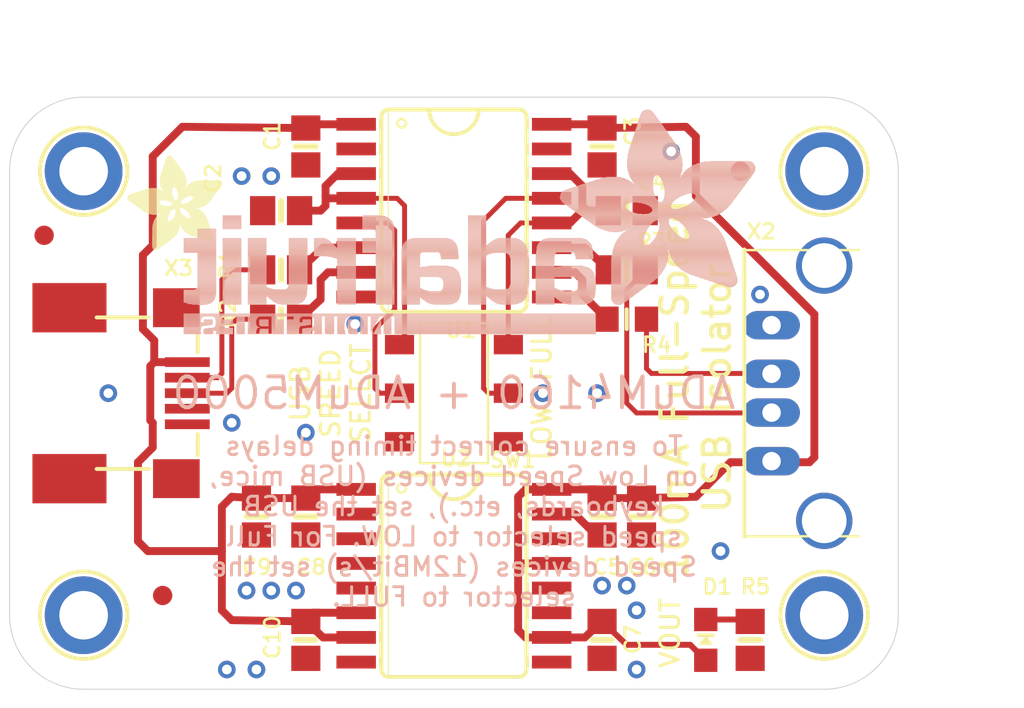
<source format=kicad_pcb>
(kicad_pcb (version 20171130) (host pcbnew 5.1.10-88a1d61d58~90~ubuntu20.04.1)
  (layers (0 Top signal) (31 Bottom signal) (34 B.Paste user) (35 F.Paste user) (36 B.SilkS user) (37 F.SilkS user) (38 B.Mask user) (39 F.Mask user) (44 Edge.Cuts user))
  (net 0 "")
  (net 1 GND)
  (net 2 AGND)
  (net 3 VCC)
  (net 4 AVCC)
  (net 5 /VDD2)
  (net 6 /SPD)
  (net 7 "Net-(R3-Pad1)")
  (net 8 "Net-(R4-Pad1)")
  (net 9 "Net-(R2-Pad2)")
  (net 10 "Net-(R1-Pad2)")
  (net 11 /SPU)
  (net 12 /VDD1)
  (net 13 "Net-(U2-Pad14)")
  (net 14 "Net-(U2-Pad12)")
  (net 15 "Net-(U2-Pad11)")
  (net 16 "Net-(U2-Pad5)")
  (net 17 "Net-(U2-Pad4)")
  (net 18 "Net-(U2-Pad3)")
  (net 19 "Net-(R1-Pad1)")
  (net 20 "Net-(R2-Pad1)")
  (net 21 "Net-(R3-Pad2)")
  (net 22 "Net-(R4-Pad2)")
  (net 23 "Net-(X3-PadID)")
  (net 24 "Net-(D1-PadC)")
  (module "Adafruit USB Isolator:SOIC16WIDE" (layer Top) (at 148.5011 95.6056 270)
    (fp_text reference U1 (at 6.604 0.508) (layer F.SilkS) (effects (font (size 0.77216 0.77216) (thickness 0.138988)) (justify left bottom)))
    (fp_text value ADuM4160)
    (pad 16 smd rect (at -4.445 -5.0292 270) (size 0.6604 2.032) (layers Top F.Paste F.Mask) (net 4 AVCC))
    (pad 15 smd rect (at -3.175 -5.0292 270) (size 0.6604 2.032) (layers Top F.Paste F.Mask) (net 2 AGND))
    (pad 14 smd rect (at -1.905 -5.0292 270) (size 0.6604 2.032) (layers Top F.Paste F.Mask) (net 5 /VDD2))
    (pad 13 smd rect (at -0.635 -5.0292 270) (size 0.6604 2.032) (layers Top F.Paste F.Mask) (net 6 /SPD))
    (pad 12 smd rect (at 0.635 -5.0292 270) (size 0.6604 2.032) (layers Top F.Paste F.Mask) (net 5 /VDD2))
    (pad 11 smd rect (at 1.905 -5.0292 270) (size 0.6604 2.032) (layers Top F.Paste F.Mask) (net 7 "Net-(R3-Pad1)"))
    (pad 10 smd rect (at 3.175 -5.0292 270) (size 0.6604 2.032) (layers Top F.Paste F.Mask) (net 8 "Net-(R4-Pad1)"))
    (pad 9 smd rect (at 4.445 -5.0292 270) (size 0.6604 2.032) (layers Top F.Paste F.Mask) (net 2 AGND))
    (pad 8 smd rect (at 4.445 5.0292 270) (size 0.6604 2.032) (layers Top F.Paste F.Mask) (net 1 GND))
    (pad 7 smd rect (at 3.175 5.0292 270) (size 0.6604 2.032) (layers Top F.Paste F.Mask) (net 9 "Net-(R2-Pad2)"))
    (pad 6 smd rect (at 1.905 5.0292 270) (size 0.6604 2.032) (layers Top F.Paste F.Mask) (net 10 "Net-(R1-Pad2)"))
    (pad 5 smd rect (at 0.635 5.0292 270) (size 0.6604 2.032) (layers Top F.Paste F.Mask) (net 11 /SPU))
    (pad 4 smd rect (at -0.635 5.0292 270) (size 0.6604 2.032) (layers Top F.Paste F.Mask) (net 12 /VDD1))
    (pad 3 smd rect (at -1.905 5.0292 270) (size 0.6604 2.032) (layers Top F.Paste F.Mask) (net 12 /VDD1))
    (pad 2 smd rect (at -3.175 5.0292 270) (size 0.6604 2.032) (layers Top F.Paste F.Mask) (net 1 GND))
    (pad 1 smd rect (at -4.445 5.0292 270) (size 0.6604 2.032) (layers Top F.Paste F.Mask) (net 3 VCC))
  )
  (module "Adafruit USB Isolator:SOIC16WIDE" (layer Top) (at 148.5011 114.4016 270)
    (fp_text reference U2 (at -5.588 0.762) (layer F.SilkS) (effects (font (size 0.77216 0.77216) (thickness 0.138988)) (justify left bottom)))
    (fp_text value ADuM5000)
    (pad 16 smd rect (at -4.445 -5.0292 270) (size 0.6604 2.032) (layers Top F.Paste F.Mask) (net 4 AVCC))
    (pad 15 smd rect (at -3.175 -5.0292 270) (size 0.6604 2.032) (layers Top F.Paste F.Mask) (net 2 AGND))
    (pad 14 smd rect (at -1.905 -5.0292 270) (size 0.6604 2.032) (layers Top F.Paste F.Mask) (net 13 "Net-(U2-Pad14)"))
    (pad 13 smd rect (at -0.635 -5.0292 270) (size 0.6604 2.032) (layers Top F.Paste F.Mask) (net 4 AVCC))
    (pad 12 smd rect (at 0.635 -5.0292 270) (size 0.6604 2.032) (layers Top F.Paste F.Mask) (net 14 "Net-(U2-Pad12)"))
    (pad 11 smd rect (at 1.905 -5.0292 270) (size 0.6604 2.032) (layers Top F.Paste F.Mask) (net 15 "Net-(U2-Pad11)"))
    (pad 10 smd rect (at 3.175 -5.0292 270) (size 0.6604 2.032) (layers Top F.Paste F.Mask) (net 4 AVCC))
    (pad 9 smd rect (at 4.445 -5.0292 270) (size 0.6604 2.032) (layers Top F.Paste F.Mask) (net 2 AGND))
    (pad 8 smd rect (at 4.445 5.0292 270) (size 0.6604 2.032) (layers Top F.Paste F.Mask) (net 1 GND))
    (pad 7 smd rect (at 3.175 5.0292 270) (size 0.6604 2.032) (layers Top F.Paste F.Mask) (net 3 VCC))
    (pad 6 smd rect (at 1.905 5.0292 270) (size 0.6604 2.032) (layers Top F.Paste F.Mask) (net 3 VCC))
    (pad 5 smd rect (at 0.635 5.0292 270) (size 0.6604 2.032) (layers Top F.Paste F.Mask) (net 16 "Net-(U2-Pad5)"))
    (pad 4 smd rect (at -0.635 5.0292 270) (size 0.6604 2.032) (layers Top F.Paste F.Mask) (net 17 "Net-(U2-Pad4)"))
    (pad 3 smd rect (at -1.905 5.0292 270) (size 0.6604 2.032) (layers Top F.Paste F.Mask) (net 18 "Net-(U2-Pad3)"))
    (pad 2 smd rect (at -3.175 5.0292 270) (size 0.6604 2.032) (layers Top F.Paste F.Mask) (net 1 GND))
    (pad 1 smd rect (at -4.445 5.0292 270) (size 0.6604 2.032) (layers Top F.Paste F.Mask) (net 3 VCC))
  )
  (module "Adafruit USB Isolator:0805-NO" (layer Top) (at 140.8811 92.3036 270)
    (fp_text reference C1 (at 0.3175 1.27 90) (layer F.SilkS) (effects (font (size 0.77216 0.77216) (thickness 0.138988)) (justify left bottom)))
    (fp_text value 0.1uF)
    (pad 2 smd rect (at 0.95 0 270) (size 1.3 1.5) (layers Top F.Paste F.Mask) (net 1 GND))
    (pad 1 smd rect (at -0.95 0 270) (size 1.3 1.5) (layers Top F.Paste F.Mask) (net 3 VCC))
  )
  (module "Adafruit USB Isolator:0805-NO" (layer Top) (at 139.6111 95.6056 180)
    (fp_text reference C2 (at 3.048 0.8255 90) (layer F.SilkS) (effects (font (size 0.77216 0.77216) (thickness 0.138988)) (justify left bottom)))
    (fp_text value 0.1uF)
    (pad 2 smd rect (at 0.95 0 180) (size 1.3 1.5) (layers Top F.Paste F.Mask) (net 1 GND))
    (pad 1 smd rect (at -0.95 0 180) (size 1.3 1.5) (layers Top F.Paste F.Mask) (net 12 /VDD1))
  )
  (module "Adafruit USB Isolator:0805-NO" (layer Top) (at 156.1211 92.3036 90)
    (fp_text reference C3 (at -0.0635 2.032 90) (layer F.SilkS) (effects (font (size 0.77216 0.77216) (thickness 0.138988)) (justify left bottom)))
    (fp_text value 0.1uF)
    (pad 2 smd rect (at 0.95 0 90) (size 1.3 1.5) (layers Top F.Paste F.Mask) (net 4 AVCC))
    (pad 1 smd rect (at -0.95 0 90) (size 1.3 1.5) (layers Top F.Paste F.Mask) (net 2 AGND))
  )
  (module "Adafruit USB Isolator:0805-NO" (layer Top) (at 157.3911 95.6056 180)
    (fp_text reference C4 (at -0.4445 1.016) (layer F.SilkS) (effects (font (size 0.77216 0.77216) (thickness 0.138988)) (justify left bottom)))
    (fp_text value 0.1uF)
    (pad 2 smd rect (at 0.95 0 180) (size 1.3 1.5) (layers Top F.Paste F.Mask) (net 5 /VDD2))
    (pad 1 smd rect (at -0.95 0 180) (size 1.3 1.5) (layers Top F.Paste F.Mask) (net 2 AGND))
  )
  (module "Adafruit USB Isolator:0805-NO" (layer Top) (at 139.6111 98.6536)
    (fp_text reference R1 (at -2.286 0.5715 90) (layer F.SilkS) (effects (font (size 0.77216 0.77216) (thickness 0.138988)) (justify left bottom)))
    (fp_text value 24)
    (pad 2 smd rect (at 0.95 0) (size 1.3 1.5) (layers Top F.Paste F.Mask) (net 10 "Net-(R1-Pad2)"))
    (pad 1 smd rect (at -0.95 0) (size 1.3 1.5) (layers Top F.Paste F.Mask) (net 19 "Net-(R1-Pad1)"))
  )
  (module "Adafruit USB Isolator:0805-NO" (layer Top) (at 139.6111 101.1936)
    (fp_text reference R2 (at -2.286 0.5715 90) (layer F.SilkS) (effects (font (size 0.77216 0.77216) (thickness 0.138988)) (justify left bottom)))
    (fp_text value 24)
    (pad 2 smd rect (at 0.95 0) (size 1.3 1.5) (layers Top F.Paste F.Mask) (net 9 "Net-(R2-Pad2)"))
    (pad 1 smd rect (at -0.95 0) (size 1.3 1.5) (layers Top F.Paste F.Mask) (net 20 "Net-(R2-Pad1)"))
  )
  (module "Adafruit USB Isolator:0805-NO" (layer Top) (at 157.3911 98.6536)
    (fp_text reference R3 (at 0.4445 -1.016) (layer F.SilkS) (effects (font (size 0.77216 0.77216) (thickness 0.138988)) (justify left bottom)))
    (fp_text value 24)
    (pad 2 smd rect (at 0.95 0) (size 1.3 1.5) (layers Top F.Paste F.Mask) (net 21 "Net-(R3-Pad2)"))
    (pad 1 smd rect (at -0.95 0) (size 1.3 1.5) (layers Top F.Paste F.Mask) (net 7 "Net-(R3-Pad1)"))
  )
  (module "Adafruit USB Isolator:_0805MP" (layer Top) (at 157.3911 101.1936)
    (fp_text reference R4 (at 0.6985 1.778) (layer F.SilkS) (effects (font (size 0.77216 0.77216) (thickness 0.138988)) (justify left bottom)))
    (fp_text value 24)
    (pad 2 smd rect (at 1.016 0) (size 1.2 1.3) (layers Top F.Paste F.Mask) (net 22 "Net-(R4-Pad2)"))
    (pad 1 smd rect (at -1.016 0) (size 1.2 1.3) (layers Top F.Paste F.Mask) (net 8 "Net-(R4-Pad1)"))
  )
  (module "Adafruit USB Isolator:USB_HOST-PTH" (layer Top) (at 171.3611 105.0036 90)
    (fp_text reference X2 (at 7.874 -7.874) (layer F.SilkS) (effects (font (size 0.77216 0.77216) (thickness 0.138988)) (justify left bottom)))
    (fp_text value 05241)
    (pad S2 thru_hole circle (at 6.57 -3.81 270) (size 2.9 2.9) (drill 2.3) (layers *.Cu *.Mask))
    (pad S1 thru_hole circle (at -6.57 -3.81 90) (size 2.9 2.9) (drill 2.3) (layers *.Cu *.Mask))
    (pad GND thru_hole oval (at 3.5 -6.52 180) (size 2.916 1.458) (drill 0.95) (layers *.Cu *.Mask) (net 2 AGND))
    (pad VBUS thru_hole oval (at -3.5 -6.52 180) (size 2.916 1.458) (drill 0.95) (layers *.Cu *.Mask) (net 4 AVCC))
    (pad D+ thru_hole oval (at 1 -6.52 180) (size 2.916 1.458) (drill 0.95) (layers *.Cu *.Mask) (net 22 "Net-(R4-Pad2)"))
    (pad D- thru_hole oval (at -1 -6.52 180) (size 2.916 1.458) (drill 0.95) (layers *.Cu *.Mask) (net 21 "Net-(R3-Pad2)"))
  )
  (module "Adafruit USB Isolator:FIDUCIAL_1MM" (layer Top) (at 133.5151 115.4176)
    (fp_text reference FID1 hide)
    (fp_text value FIDUCIAL"" hide)
    (pad 1 smd roundrect (at 0 0) (size 1 1) (layers Top F.Mask) (roundrect_rratio 0.5))
  )
  (module "Adafruit USB Isolator:FIDUCIAL_1MM" (layer Top) (at 163.2331 93.5736)
    (fp_text reference FID2 hide)
    (fp_text value FIDUCIAL"" hide)
    (pad 1 smd roundrect (at 0 0) (size 1 1) (layers Top F.Mask) (roundrect_rratio 0.5))
  )
  (module "Adafruit USB Isolator:FIDUCIAL_1MM" (layer Top) (at 127.4191 96.8756)
    (fp_text reference FID3 hide)
    (fp_text value FIDUCIAL"" hide)
    (pad 1 smd roundrect (at 0 0) (size 1 1) (layers Top F.Mask) (roundrect_rratio 0.5))
  )
  (module "Adafruit USB Isolator:MOUNTINGHOLE_2.5_PLATED_THICK" (layer Top) (at 167.5511 93.5736)
    (fp_text reference U$7 hide)
    (fp_text value MOUNTINGHOLE2.5_THICK hide)
    (pad P$1 thru_hole circle (at 0 0) (size 4 4) (drill 2.5) (layers *.Cu *.Mask))
  )
  (module "Adafruit USB Isolator:MOUNTINGHOLE_2.5_PLATED_THICK" (layer Top) (at 129.4511 116.4336)
    (fp_text reference U$8 hide)
    (fp_text value MOUNTINGHOLE2.5_THICK hide)
    (pad P$1 thru_hole circle (at 0 0) (size 4 4) (drill 2.5) (layers *.Cu *.Mask))
  )
  (module "Adafruit USB Isolator:MOUNTINGHOLE_2.5_PLATED_THICK" (layer Top) (at 129.4511 93.5736)
    (fp_text reference U$9 hide)
    (fp_text value MOUNTINGHOLE2.5_THICK hide)
    (pad P$1 thru_hole circle (at 0 0) (size 4 4) (drill 2.5) (layers *.Cu *.Mask))
  )
  (module "Adafruit USB Isolator:MOUNTINGHOLE_2.5_PLATED_THICK" (layer Top) (at 167.5511 116.4336)
    (fp_text reference U$10 hide)
    (fp_text value MOUNTINGHOLE2.5_THICK hide)
    (pad P$1 thru_hole circle (at 0 0) (size 4 4) (drill 2.5) (layers *.Cu *.Mask))
  )
  (module "Adafruit USB Isolator:0805-NO" (layer Top) (at 156.1211 111.3536 270)
    (fp_text reference C5 (at 3.048 0.5715) (layer F.SilkS) (effects (font (size 0.77216 0.77216) (thickness 0.138988)) (justify left bottom)))
    (fp_text value 0.1uF)
    (pad 2 smd rect (at 0.95 0 270) (size 1.3 1.5) (layers Top F.Paste F.Mask) (net 2 AGND))
    (pad 1 smd rect (at -0.95 0 270) (size 1.3 1.5) (layers Top F.Paste F.Mask) (net 4 AVCC))
  )
  (module "Adafruit USB Isolator:0805-NO" (layer Top) (at 158.1531 111.3536 270)
    (fp_text reference C6 (at 3.048 0.8255) (layer F.SilkS) (effects (font (size 0.77216 0.77216) (thickness 0.138988)) (justify left bottom)))
    (fp_text value 10uF)
    (pad 2 smd rect (at 0.95 0 270) (size 1.3 1.5) (layers Top F.Paste F.Mask) (net 2 AGND))
    (pad 1 smd rect (at -0.95 0 270) (size 1.3 1.5) (layers Top F.Paste F.Mask) (net 4 AVCC))
  )
  (module "Adafruit USB Isolator:0805-NO" (layer Top) (at 156.1211 117.7036 90)
    (fp_text reference C7 (at -0.8255 2.032 90) (layer F.SilkS) (effects (font (size 0.77216 0.77216) (thickness 0.138988)) (justify left bottom)))
    (fp_text value 0.1uF)
    (pad 2 smd rect (at 0.95 0 90) (size 1.3 1.5) (layers Top F.Paste F.Mask) (net 4 AVCC))
    (pad 1 smd rect (at -0.95 0 90) (size 1.3 1.5) (layers Top F.Paste F.Mask) (net 2 AGND))
  )
  (module "Adafruit USB Isolator:0805-NO" (layer Top) (at 140.8811 111.3536 270)
    (fp_text reference C8 (at 3.048 0.5715) (layer F.SilkS) (effects (font (size 0.77216 0.77216) (thickness 0.138988)) (justify left bottom)))
    (fp_text value 0.1uF)
    (pad 2 smd rect (at 0.95 0 270) (size 1.3 1.5) (layers Top F.Paste F.Mask) (net 1 GND))
    (pad 1 smd rect (at -0.95 0 270) (size 1.3 1.5) (layers Top F.Paste F.Mask) (net 3 VCC))
  )
  (module "Adafruit USB Isolator:0805-NO" (layer Top) (at 138.3411 111.3536 270)
    (fp_text reference C9 (at 3.048 0.8255) (layer F.SilkS) (effects (font (size 0.77216 0.77216) (thickness 0.138988)) (justify left bottom)))
    (fp_text value 10uF)
    (pad 2 smd rect (at 0.95 0 270) (size 1.3 1.5) (layers Top F.Paste F.Mask) (net 1 GND))
    (pad 1 smd rect (at -0.95 0 270) (size 1.3 1.5) (layers Top F.Paste F.Mask) (net 3 VCC))
  )
  (module "Adafruit USB Isolator:0805-NO" (layer Top) (at 140.8811 117.7036 90)
    (fp_text reference C10 (at -1.0795 -1.27 90) (layer F.SilkS) (effects (font (size 0.77216 0.77216) (thickness 0.138988)) (justify left bottom)))
    (fp_text value 0.1uF)
    (pad 2 smd rect (at 0.95 0 90) (size 1.3 1.5) (layers Top F.Paste F.Mask) (net 3 VCC))
    (pad 1 smd rect (at -0.95 0 90) (size 1.3 1.5) (layers Top F.Paste F.Mask) (net 1 GND))
  )
  (module "Adafruit USB Isolator:USB-MINIB_LARGER" (layer Top) (at 130.7211 105.0036 270)
    (fp_text reference X3 (at -5.985 -2.786) (layer F.SilkS) (effects (font (size 0.77216 0.77216) (thickness 0.138988)) (justify left bottom)))
    (fp_text value 06564)
    (pad "" np_thru_hole circle (at 2.2 -1 270) (size 1 1) (drill 1) (layers *.Cu *.Mask))
    (pad "" np_thru_hole circle (at -2.2 -1 270) (size 1 1) (drill 1) (layers *.Cu *.Mask))
    (pad GND4 smd rect (at 4.4 2 270) (size 2.54 3.81) (layers Top F.Paste F.Mask) (net 1 GND))
    (pad GND3 smd rect (at 4.4 -3.5 270) (size 2 2.4) (layers Top F.Paste F.Mask) (net 1 GND))
    (pad GND1 smd rect (at -4.4 2 270) (size 2.54 3.81) (layers Top F.Paste F.Mask) (net 1 GND))
    (pad GND smd rect (at 1.6 -4.064 90) (size 0.5 2.308) (layers Top F.Paste F.Mask) (net 1 GND))
    (pad ID smd rect (at 0.8 -4.064 90) (size 0.5 2.308) (layers Top F.Paste F.Mask) (net 23 "Net-(X3-PadID)"))
    (pad D+ smd rect (at 0 -4.064 90) (size 0.5 2.308) (layers Top F.Paste F.Mask) (net 20 "Net-(R2-Pad1)"))
    (pad D- smd rect (at -0.8 -4.064 90) (size 0.5 2.308) (layers Top F.Paste F.Mask) (net 19 "Net-(R1-Pad1)"))
    (pad VBUS smd rect (at -1.6 -4.064 90) (size 0.5 2.308) (layers Top F.Paste F.Mask) (net 3 VCC))
    (pad GND2 smd rect (at -4.4 -3.5 270) (size 2 2.4) (layers Top F.Paste F.Mask) (net 1 GND))
  )
  (module "Adafruit USB Isolator:ADAFRUIT_TEXT_30MM" (layer Bottom) (at 164.2491 101.9556 180)
    (fp_text reference U$16 hide)
    (fp_text value "" hide)
  )
  (module "Adafruit USB Isolator:ADAFRUIT_5MM" (layer Top) (at 136.5631 97.6376 90)
    (fp_text reference U$14 hide)
    (fp_text value "" hide)
  )
  (module "Adafruit USB Isolator:EG1390" (layer Top) (at 148.5011 105.0036 90)
    (fp_text reference SW1 (at -3.886 1.764) (layer F.SilkS) (effects (font (size 0.77216 0.77216) (thickness 0.138988)) (justify left bottom)))
    (fp_text value SWITCH_DPDTEG1390)
    (pad "" np_thru_hole circle (at -1.5 0 90) (size 1 1) (drill 1) (layers *.Cu *.Mask))
    (pad "" np_thru_hole circle (at 1.5 0 90) (size 1 1) (drill 1) (layers *.Cu *.Mask))
    (pad O2 smd rect (at -2.5 2.8 90) (size 1 1.5) (layers Top F.Paste F.Mask) (net 2 AGND))
    (pad P2 smd rect (at 0 2.8 90) (size 1 1.5) (layers Top F.Paste F.Mask) (net 6 /SPD))
    (pad S2 smd rect (at 2.5 2.8 90) (size 1 1.5) (layers Top F.Paste F.Mask) (net 5 /VDD2))
    (pad S1 smd rect (at 2.5 -2.8 90) (size 1 1.5) (layers Top F.Paste F.Mask) (net 12 /VDD1))
    (pad P1 smd rect (at 0 -2.8 90) (size 1 1.5) (layers Top F.Paste F.Mask) (net 11 /SPU))
    (pad O1 smd rect (at -2.5 -2.8 90) (size 1 1.5) (layers Top F.Paste F.Mask) (net 1 GND))
  )
  (module "Adafruit USB Isolator:CHIPLED_0805_NOOUTLINE" (layer Top) (at 161.4551 117.7036)
    (fp_text reference D1 (at -0.254 -2.286) (layer F.SilkS) (effects (font (size 0.77216 0.77216) (thickness 0.138988)) (justify left bottom)))
    (fp_text value GREEN)
    (pad A smd rect (at 0 1.05) (size 1.2 1.2) (layers Top F.Paste F.Mask) (net 4 AVCC))
    (pad C smd rect (at 0 -1.05) (size 1.2 1.2) (layers Top F.Paste F.Mask) (net 24 "Net-(D1-PadC)"))
  )
  (module "Adafruit USB Isolator:0805-NO" (layer Top) (at 163.7411 117.7036 270)
    (fp_text reference R5 (at -2.286 0.5715) (layer F.SilkS) (effects (font (size 0.77216 0.77216) (thickness 0.138988)) (justify left bottom)))
    (fp_text value 1K)
    (pad 2 smd rect (at 0.95 0 270) (size 1.3 1.5) (layers Top F.Paste F.Mask) (net 2 AGND))
    (pad 1 smd rect (at -0.95 0 270) (size 1.3 1.5) (layers Top F.Paste F.Mask) (net 24 "Net-(D1-PadC)"))
  )
  (gr_text "100mA Full-Speed\nUSB Isolator" (at 160.9471 104.7496 90) (layer F.SilkS) (effects (font (size 1.35128 1.35128) (thickness 0.227584))))
  (gr_arc (start 129.4511 116.4336) (end 125.6411 116.4336) (angle -90) (layer Edge.Cuts) (width 0.05))
  (gr_line (start 129.4511 120.2436) (end 167.5511 120.2436) (layer Edge.Cuts) (width 0.05))
  (gr_arc (start 167.5511 116.4336) (end 167.5511 120.2436) (angle -90) (layer Edge.Cuts) (width 0.05))
  (gr_line (start 171.3611 116.4336) (end 171.3611 93.5736) (layer Edge.Cuts) (width 0.05))
  (gr_arc (start 167.5511 93.5736) (end 171.3611 93.5736) (angle -90) (layer Edge.Cuts) (width 0.05))
  (gr_line (start 167.5511 89.7636) (end 129.4511 89.7636) (layer Edge.Cuts) (width 0.05))
  (gr_arc (start 129.4511 93.5736) (end 129.4511 89.7636) (angle -90) (layer Edge.Cuts) (width 0.05))
  (gr_line (start 125.6411 93.5736) (end 125.6411 116.4336) (layer Edge.Cuts) (width 0.05))
  (gr_text FULL (at 153.5811 104.4956 90) (layer F.SilkS) (effects (font (size 0.9652 0.9652) (thickness 0.1524)) (justify left bottom)))
  (gr_text LOW (at 153.5811 108.5596 90) (layer F.SilkS) (effects (font (size 0.9652 0.9652) (thickness 0.1524)) (justify left bottom)))
  (gr_text "USB\nSPEED\nSELECT" (at 142.1511 105.0036 90) (layer F.SilkS) (effects (font (size 0.9652 0.9652) (thickness 0.1524))))
  (gr_text VOUT (at 160.1851 119.2276 90) (layer F.SilkS) (effects (font (size 0.9652 0.9652) (thickness 0.1524)) (justify left bottom)))
  (gr_text "To ensure correct timing delays\non Low Speed devices (USB mice,\nkeyboards, etc.), set the USB\nspeed selector to LOW. For Full\nSpeed devices (12MBit/s) set the\nselector to FULL." (at 148.5011 111.6076) (layer B.SilkS) (effects (font (size 0.9652 0.9652) (thickness 0.1524)) (justify mirror)))
  (gr_text "ADuM4160 + ADuM5000" (at 148.5011 105.0036) (layer B.SilkS) (effects (font (size 1.59258 1.59258) (thickness 0.201168)) (justify mirror)))
  (segment (start 137.0711 104.7496) (end 137.0711 101.4476) (width 0.254) (layer Top) (net 20))
  (segment (start 137.0711 101.4476) (end 137.3251 101.1936) (width 0.254) (layer Top) (net 20))
  (segment (start 137.3251 101.1936) (end 138.6611 101.1936) (width 0.254) (layer Top) (net 20))
  (segment (start 134.7851 105.0036) (end 136.8171 105.0036) (width 0.254) (layer Top) (net 20))
  (segment (start 136.8171 105.0036) (end 137.0711 104.7496) (width 0.254) (layer Top) (net 20))
  (segment (start 143.4719 98.7806) (end 142.0241 98.7806) (width 0.4064) (layer Top) (net 9))
  (segment (start 142.0241 98.7806) (end 141.6431 99.1616) (width 0.4064) (layer Top) (net 9))
  (segment (start 141.6431 99.1616) (end 141.6431 100.1776) (width 0.4064) (layer Top) (net 9))
  (segment (start 141.6431 100.1776) (end 140.5611 101.1936) (width 0.4064) (layer Top) (net 9))
  (segment (start 143.4719 97.5106) (end 141.7701 97.5106) (width 0.4064) (layer Top) (net 10))
  (segment (start 141.7701 97.5106) (end 140.5611 98.6536) (width 0.4064) (layer Top) (net 10))
  (segment (start 134.7851 104.2036) (end 136.3471 104.2036) (width 0.254) (layer Top) (net 19))
  (segment (start 136.3471 104.2036) (end 136.5631 103.9876) (width 0.254) (layer Top) (net 19))
  (segment (start 136.5631 103.9876) (end 136.5631 99.1616) (width 0.254) (layer Top) (net 19))
  (segment (start 136.5631 99.1616) (end 137.0711 98.6536) (width 0.254) (layer Top) (net 19))
  (segment (start 137.0711 98.6536) (end 138.6611 98.6536) (width 0.254) (layer Top) (net 19))
  (segment (start 153.5303 98.7806) (end 154.7241 98.7806) (width 0.4064) (layer Top) (net 8))
  (segment (start 154.7241 98.7806) (end 155.1051 99.1616) (width 0.4064) (layer Top) (net 8))
  (segment (start 155.1051 99.1616) (end 155.1051 99.9236) (width 0.4064) (layer Top) (net 8))
  (segment (start 155.1051 99.9236) (end 156.3751 101.1936) (width 0.4064) (layer Top) (net 8))
  (segment (start 158.4071 101.1936) (end 158.4071 103.7336) (width 0.254) (layer Top) (net 22))
  (segment (start 158.4071 103.7336) (end 158.6611 103.9876) (width 0.254) (layer Top) (net 22))
  (segment (start 158.6611 103.9876) (end 164.8251 103.9876) (width 0.254) (layer Top) (net 22))
  (segment (start 164.8251 103.9876) (end 164.8411 104.0036) (width 0.254) (layer Top) (net 22))
  (segment (start 158.3411 98.6536) (end 157.6451 99.4156) (width 0.254) (layer Top) (net 21))
  (segment (start 157.6451 99.4156) (end 157.3911 99.6696) (width 0.254) (layer Top) (net 21))
  (segment (start 157.3911 99.6696) (end 157.3911 105.5116) (width 0.254) (layer Top) (net 21))
  (segment (start 157.3911 105.5116) (end 157.8991 106.0196) (width 0.254) (layer Top) (net 21))
  (segment (start 157.8991 106.0196) (end 164.8251 106.0196) (width 0.254) (layer Top) (net 21))
  (segment (start 164.8251 106.0196) (end 164.8411 106.0036) (width 0.254) (layer Top) (net 21))
  (segment (start 153.5303 97.5106) (end 155.2321 97.5106) (width 0.4064) (layer Top) (net 7))
  (segment (start 155.2321 97.5106) (end 156.4411 98.6536) (width 0.4064) (layer Top) (net 7))
  (segment (start 143.4719 93.7006) (end 142.5321 93.7006) (width 0.4064) (layer Top) (net 12))
  (segment (start 142.5321 93.7006) (end 141.8971 94.3356) (width 0.4064) (layer Top) (net 12))
  (segment (start 141.8971 94.3356) (end 141.8971 94.8436) (width 0.4064) (layer Top) (net 12))
  (segment (start 141.8971 94.8436) (end 141.8971 95.3516) (width 0.4064) (layer Top) (net 12))
  (segment (start 141.8971 95.3516) (end 141.6431 95.6056) (width 0.4064) (layer Top) (net 12))
  (segment (start 141.6431 95.6056) (end 140.5611 95.6056) (width 0.4064) (layer Top) (net 12))
  (segment (start 143.4719 94.9706) (end 142.0241 94.9706) (width 0.4064) (layer Top) (net 12))
  (segment (start 142.0241 94.9706) (end 141.8971 94.8436) (width 0.4064) (layer Top) (net 12))
  (segment (start 143.4719 94.9706) (end 145.5801 94.9706) (width 0.254) (layer Top) (net 12))
  (segment (start 145.5801 94.9706) (end 145.9611 95.3516) (width 0.254) (layer Top) (net 12))
  (segment (start 145.9611 95.3516) (end 145.9611 102.2436) (width 0.254) (layer Top) (net 12))
  (segment (start 145.9611 102.2436) (end 145.7011 102.5036) (width 0.254) (layer Top) (net 12))
  (via (at 130.7211 105.0036) (size 0.9064) (drill 0.5) (layers Top Bottom) (net 1))
  (via (at 137.0711 106.5276) (size 0.9064) (drill 0.5) (layers Top Bottom) (net 1))
  (via (at 139.1031 93.8276) (size 0.9064) (drill 0.5) (layers Top Bottom) (net 1))
  (via (at 137.8331 115.1636) (size 0.9064) (drill 0.5) (layers Top Bottom) (net 1))
  (via (at 137.5791 93.8276) (size 0.9064) (drill 0.5) (layers Top Bottom) (net 1))
  (via (at 139.1031 115.1636) (size 0.9064) (drill 0.5) (layers Top Bottom) (net 1))
  (via (at 140.3731 115.1636) (size 0.9064) (drill 0.5) (layers Top Bottom) (net 1))
  (via (at 140.8811 107.0356) (size 0.9064) (drill 0.5) (layers Top Bottom) (net 1))
  (via (at 143.4211 101.4476) (size 0.9064) (drill 0.5) (layers Top Bottom) (net 1))
  (segment (start 143.4719 100.0506) (end 142.7861 100.0506) (width 0.4064) (layer Top) (net 1))
  (via (at 138.3411 119.2276) (size 0.9064) (drill 0.5) (layers Top Bottom) (net 1))
  (via (at 136.8171 119.2276) (size 0.9064) (drill 0.5) (layers Top Bottom) (net 1))
  (via (at 159.6771 92.5576) (size 0.9064) (drill 0.5) (layers Top Bottom) (net 2))
  (via (at 164.2491 99.9236) (size 0.9064) (drill 0.5) (layers Top Bottom) (net 2))
  (via (at 153.0731 105.0036) (size 0.9064) (drill 0.5) (layers Top Bottom) (net 2))
  (via (at 162.2171 113.1316) (size 0.9064) (drill 0.5) (layers Top Bottom) (net 2))
  (via (at 156.1211 114.9096) (size 0.9064) (drill 0.5) (layers Top Bottom) (net 2))
  (via (at 157.3911 114.9096) (size 0.9064) (drill 0.5) (layers Top Bottom) (net 2))
  (via (at 155.8671 105.0036) (size 0.9064) (drill 0.5) (layers Top Bottom) (net 2))
  (via (at 157.8991 119.2276) (size 0.9064) (drill 0.5) (layers Top Bottom) (net 2))
  (via (at 157.8991 116.1796) (size 0.9064) (drill 0.5) (layers Top Bottom) (net 2))
  (segment (start 153.5303 111.2266) (end 154.7241 111.2266) (width 0.4064) (layer Top) (net 2))
  (segment (start 154.7241 111.2266) (end 155.8011 112.3036) (width 0.4064) (layer Top) (net 2))
  (segment (start 155.8011 112.3036) (end 156.1211 112.3036) (width 0.4064) (layer Top) (net 2))
  (segment (start 155.9941 95.4786) (end 156.4411 95.6056) (width 0.254) (layer Top) (net 5))
  (segment (start 153.5303 93.7006) (end 154.4701 93.7006) (width 0.4064) (layer Top) (net 5))
  (segment (start 154.4701 93.7006) (end 155.1051 94.3356) (width 0.4064) (layer Top) (net 5))
  (segment (start 155.1051 94.3356) (end 155.1051 95.3516) (width 0.4064) (layer Top) (net 5))
  (segment (start 155.1051 95.3516) (end 155.2321 95.4786) (width 0.4064) (layer Top) (net 5))
  (segment (start 155.2321 95.4786) (end 155.3591 95.6056) (width 0.4064) (layer Top) (net 5))
  (segment (start 155.3591 95.6056) (end 156.4411 95.6056) (width 0.4064) (layer Top) (net 5))
  (segment (start 153.5303 96.2406) (end 154.4701 96.2406) (width 0.4064) (layer Top) (net 5))
  (segment (start 154.4701 96.2406) (end 155.2321 95.4786) (width 0.4064) (layer Top) (net 5))
  (segment (start 153.5303 96.2406) (end 151.9301 96.2406) (width 0.254) (layer Top) (net 5))
  (segment (start 151.9301 96.2406) (end 151.2951 96.8756) (width 0.254) (layer Top) (net 5))
  (segment (start 151.2951 96.8756) (end 151.2951 102.4976) (width 0.254) (layer Top) (net 5))
  (segment (start 151.2951 102.4976) (end 151.3011 102.5036) (width 0.254) (layer Top) (net 5))
  (segment (start 134.7851 103.4036) (end 133.0831 103.4036) (width 0.4064) (layer Top) (net 3))
  (segment (start 133.0831 103.4036) (end 132.8801 103.6066) (width 0.4064) (layer Top) (net 3))
  (segment (start 136.5631 110.8456) (end 137.0711 110.3376) (width 0.4064) (layer Top) (net 3))
  (segment (start 137.0711 110.3376) (end 138.3411 110.4036) (width 0.4064) (layer Top) (net 3))
  (segment (start 138.3411 110.4036) (end 140.8811 110.4036) (width 0.4064) (layer Top) (net 3))
  (segment (start 140.8811 116.7536) (end 137.0711 116.6876) (width 0.4064) (layer Top) (net 3))
  (segment (start 137.0711 116.6876) (end 136.5631 116.1796) (width 0.4064) (layer Top) (net 3))
  (segment (start 136.5631 116.1796) (end 136.5631 113.1316) (width 0.4064) (layer Top) (net 3))
  (segment (start 136.5631 113.1316) (end 136.5631 110.8456) (width 0.4064) (layer Top) (net 3))
  (segment (start 140.8811 91.3536) (end 134.5311 91.2876) (width 0.4064) (layer Top) (net 3))
  (segment (start 134.5311 91.2876) (end 133.0071 92.8116) (width 0.4064) (layer Top) (net 3))
  (segment (start 133.0071 92.8116) (end 133.0071 97.3836) (width 0.4064) (layer Top) (net 3))
  (segment (start 132.7531 113.1316) (end 136.5631 113.1316) (width 0.4064) (layer Top) (net 3))
  (segment (start 143.4719 109.9566) (end 141.2621 109.9566) (width 0.4064) (layer Top) (net 3))
  (segment (start 141.2621 109.9566) (end 140.8811 110.4036) (width 0.4064) (layer Top) (net 3))
  (segment (start 143.4719 116.3066) (end 141.2621 116.3066) (width 0.4064) (layer Top) (net 3))
  (segment (start 141.2621 116.3066) (end 140.8811 116.7536) (width 0.4064) (layer Top) (net 3))
  (segment (start 143.4719 117.5766) (end 141.7701 117.5766) (width 0.4064) (layer Top) (net 3))
  (segment (start 141.7701 117.5766) (end 140.8811 116.7536) (width 0.4064) (layer Top) (net 3))
  (segment (start 143.4719 91.1606) (end 141.0081 91.1606) (width 0.4064) (layer Top) (net 3))
  (segment (start 141.0081 91.1606) (end 140.8811 91.3536) (width 0.4064) (layer Top) (net 3))
  (segment (start 132.7531 113.1316) (end 132.2451 112.6236) (width 0.4064) (layer Top) (net 3))
  (segment (start 132.2451 112.6236) (end 132.2451 108.5596) (width 0.4064) (layer Top) (net 3))
  (segment (start 132.2451 108.5596) (end 133.0071 107.7976) (width 0.4064) (layer Top) (net 3))
  (segment (start 133.0071 107.7976) (end 133.0071 106.5276) (width 0.4064) (layer Top) (net 3))
  (segment (start 133.0071 106.5276) (end 132.8801 106.4006) (width 0.4064) (layer Top) (net 3))
  (segment (start 132.8801 106.4006) (end 132.8801 103.6066) (width 0.4064) (layer Top) (net 3))
  (segment (start 133.0071 97.3836) (end 132.4991 97.8916) (width 0.4064) (layer Top) (net 3))
  (segment (start 132.4991 97.8916) (end 132.4991 101.7016) (width 0.4064) (layer Top) (net 3))
  (segment (start 132.4991 101.7016) (end 133.0831 102.2856) (width 0.4064) (layer Top) (net 3))
  (segment (start 133.0831 102.2856) (end 133.0831 103.4036) (width 0.4064) (layer Top) (net 3))
  (segment (start 156.1211 110.4036) (end 158.1531 110.4036) (width 0.4064) (layer Top) (net 4))
  (segment (start 158.1531 110.4036) (end 160.9471 110.3376) (width 0.4064) (layer Top) (net 4))
  (segment (start 160.9471 110.3376) (end 162.7251 108.5596) (width 0.4064) (layer Top) (net 4))
  (segment (start 162.7251 108.5596) (end 164.7851 108.5596) (width 0.4064) (layer Top) (net 4))
  (segment (start 164.7851 108.5596) (end 164.8411 108.5036) (width 0.4064) (layer Top) (net 4))
  (segment (start 156.1211 91.3536) (end 160.4391 91.2876) (width 0.4064) (layer Top) (net 4))
  (segment (start 160.4391 91.2876) (end 160.9471 91.7956) (width 0.4064) (layer Top) (net 4))
  (segment (start 160.9471 91.7956) (end 160.9471 94.8436) (width 0.4064) (layer Top) (net 4))
  (segment (start 160.9471 94.8436) (end 167.0431 100.9396) (width 0.4064) (layer Top) (net 4))
  (segment (start 167.0431 100.9396) (end 167.0431 108.3056) (width 0.4064) (layer Top) (net 4))
  (segment (start 167.0431 108.3056) (end 166.7891 108.5596) (width 0.4064) (layer Top) (net 4))
  (segment (start 166.7891 108.5596) (end 164.8971 108.5596) (width 0.4064) (layer Top) (net 4))
  (segment (start 164.8971 108.5596) (end 164.8411 108.5036) (width 0.4064) (layer Top) (net 4))
  (segment (start 153.5303 117.5766) (end 152.1841 117.5766) (width 0.4064) (layer Top) (net 4))
  (segment (start 152.1841 117.5766) (end 151.8031 117.1956) (width 0.4064) (layer Top) (net 4))
  (segment (start 151.8031 117.1956) (end 151.8031 113.6396) (width 0.4064) (layer Top) (net 4))
  (segment (start 151.8031 113.6396) (end 151.8031 110.3376) (width 0.4064) (layer Top) (net 4))
  (segment (start 151.8031 110.3376) (end 152.1841 109.9566) (width 0.4064) (layer Top) (net 4))
  (segment (start 153.5303 109.9566) (end 152.1841 109.9566) (width 0.4064) (layer Top) (net 4))
  (segment (start 153.5303 109.9566) (end 155.7401 109.9566) (width 0.4064) (layer Top) (net 4))
  (segment (start 155.7401 109.9566) (end 156.1211 110.4036) (width 0.4064) (layer Top) (net 4))
  (segment (start 153.5303 113.7666) (end 151.9301 113.7666) (width 0.4064) (layer Top) (net 4))
  (segment (start 151.9301 113.7666) (end 151.8031 113.6396) (width 0.4064) (layer Top) (net 4))
  (segment (start 153.5303 117.5766) (end 155.2321 117.5766) (width 0.4064) (layer Top) (net 4))
  (segment (start 155.2321 117.5766) (end 156.1211 116.7536) (width 0.4064) (layer Top) (net 4))
  (segment (start 153.5303 91.1606) (end 155.9941 91.1606) (width 0.4064) (layer Top) (net 4))
  (segment (start 155.9941 91.1606) (end 156.1211 91.3536) (width 0.4064) (layer Top) (net 4))
  (segment (start 156.1211 116.7536) (end 157.3911 117.9576) (width 0.3048) (layer Top) (net 4))
  (segment (start 157.3911 117.9576) (end 160.6591 117.9576) (width 0.3048) (layer Top) (net 4))
  (segment (start 160.6591 117.9576) (end 161.4551 118.7536) (width 0.3048) (layer Top) (net 4))
  (segment (start 143.4719 96.2406) (end 145.0721 96.2406) (width 0.254) (layer Top) (net 11))
  (segment (start 145.0721 96.2406) (end 145.4531 96.6216) (width 0.254) (layer Top) (net 11))
  (segment (start 145.4531 96.6216) (end 145.4531 100.6856) (width 0.254) (layer Top) (net 11))
  (segment (start 145.4531 100.6856) (end 144.4371 101.7016) (width 0.254) (layer Top) (net 11))
  (segment (start 144.4371 101.7016) (end 144.4371 104.7496) (width 0.254) (layer Top) (net 11))
  (segment (start 144.4371 104.7496) (end 144.6911 105.0036) (width 0.254) (layer Top) (net 11))
  (segment (start 144.6911 105.0036) (end 145.7011 105.0036) (width 0.254) (layer Top) (net 11))
  (segment (start 153.5303 94.9706) (end 151.1681 94.9706) (width 0.254) (layer Top) (net 6))
  (segment (start 151.1681 94.9706) (end 150.0251 96.1136) (width 0.254) (layer Top) (net 6))
  (segment (start 150.0251 96.1136) (end 150.0251 104.7496) (width 0.254) (layer Top) (net 6))
  (segment (start 150.0251 104.7496) (end 150.2791 105.0036) (width 0.254) (layer Top) (net 6))
  (segment (start 150.2791 105.0036) (end 151.3011 105.0036) (width 0.254) (layer Top) (net 6))
  (segment (start 161.4551 116.6536) (end 163.7071 116.6536) (width 0.3048) (layer Top) (net 24))
  (segment (start 163.7071 116.6536) (end 163.7411 116.7536) (width 0.3048) (layer Top) (net 24))
)
</source>
